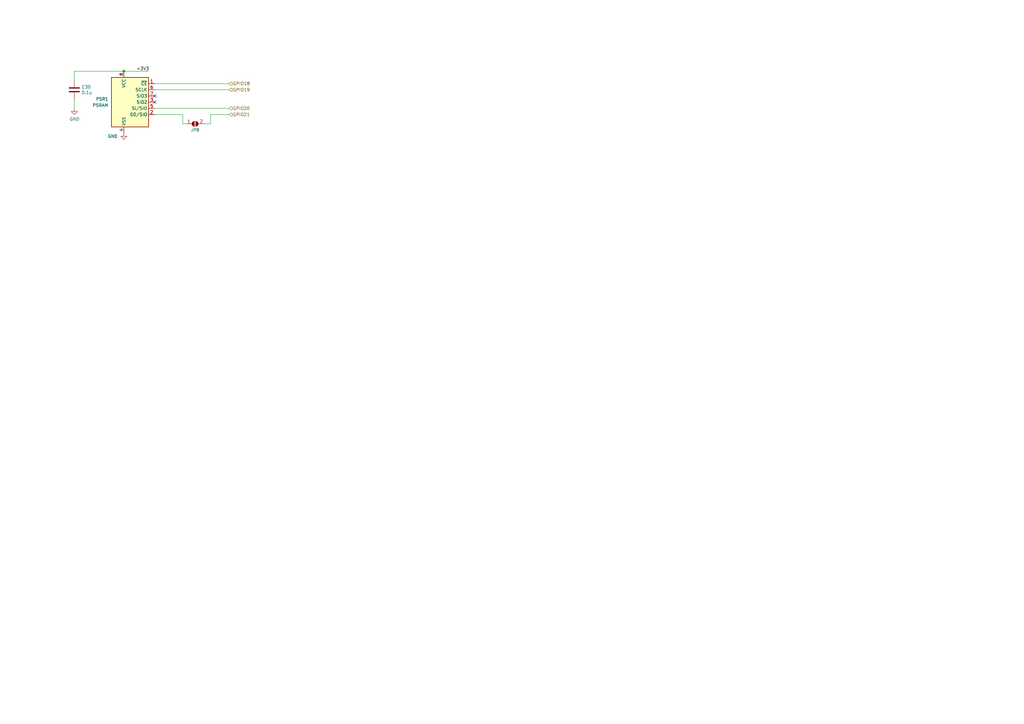
<source format=kicad_sch>
(kicad_sch (version 20231120) (generator "eeschema") (generator_version "8.0")
  (paper "A3")
  (title_block (title "FRANK2") (date "2024-11-21") (rev "1.0") (company "Mikhail Matveev") (comment 1 "https://github.com/xtremespb/frank2"))
  (lib_symbols
    (symbol "Device:C" (pin_numbers hide) (pin_names (offset 0.254))
      (property "Reference" "C" (at 0.635 2.54 0))
      (property "Value" "C" (at 0.635 -2.54 0))
      (symbol "C_0_1"
        (polyline (pts (xy -2.032 -0.762) (xy 2.032 -0.762)) (stroke (width 0.508)))
        (polyline (pts (xy -2.032 0.762) (xy 2.032 0.762)) (stroke (width 0.508)))
      )
      (symbol "C_1_1"
        (pin passive line (at 0 3.81 270) (length 2.794) (name "~") (number "1"))
        (pin passive line (at 0 -3.81 90) (length 2.794) (name "~") (number "2"))
      )
    )
    (symbol "Jumper:SolderJumper_2_Open" (pin_names (offset 0) hide)
      (property "Reference" "JP" (at 0 2.032 0))
      (property "Value" "SolderJumper_2_Open" (at 0 -2.54 0))
      (symbol "SolderJumper_2_Open_0_1"
        (arc (start -0.254 1.016) (mid -1.2655 0) (end -0.254 -1.016))
        (arc (start -0.254 1.016) (mid -1.2655 0) (end -0.254 -1.016) (fill (type outline)))
        (polyline (pts (xy -0.254 1.016) (xy -0.254 -1.016)))
        (polyline (pts (xy 0.254 1.016) (xy 0.254 -1.016)))
        (arc (start 0.254 -1.016) (mid 1.2655 0) (end 0.254 1.016))
        (arc (start 0.254 -1.016) (mid 1.2655 0) (end 0.254 1.016) (fill (type outline)))
      )
      (symbol "SolderJumper_2_Open_1_1"
        (pin passive line (at -3.81 0 0) (length 2.54) (name "A") (number "1"))
        (pin passive line (at 3.81 0 180) (length 2.54) (name "B") (number "2"))
      )
    )
    (symbol "Memory_RAM:ESP-PSRAM32"
      (property "Reference" "U" (at 3.81 11.43 0))
      (property "Value" "ESP-PSRAM32" (at -1.27 -11.43 0))
      (symbol "ESP-PSRAM32_0_1"
        (rectangle (start -7.62 10.16) (end 7.62 -10.16) (stroke (width 0.254)) (fill (type background)))
      )
      (symbol "ESP-PSRAM32_1_1"
        (pin input line (at 10.16 7.62 180) (length 2.54) (name "~{CE}") (number "1"))
        (pin output line (at 10.16 -5.08 180) (length 2.54) (name "SO/SIO") (number "2"))
        (pin bidirectional line (at 10.16 0 180) (length 2.54) (name "SIO2") (number "3"))
        (pin power_in line (at -2.54 -12.7 90) (length 2.54) (name "VSS") (number "4"))
        (pin input line (at 10.16 -2.54 180) (length 2.54) (name "SI/SIO") (number "5"))
        (pin output line (at 10.16 5.08 180) (length 2.54) (name "SCLK") (number "6"))
        (pin bidirectional line (at 10.16 2.54 180) (length 2.54) (name "SIO3") (number "7"))
        (pin power_in line (at -2.54 12.7 270) (length 2.54) (name "VCC") (number "8"))
      )
    )
    (symbol "power:GND" (power) (pin_names (offset 0))
      (property "Value" "GND" (at 0 -3.81 0))
      (symbol "GND_0_1"
        (polyline (pts (xy 0 0) (xy 0 -1.27) (xy 1.27 -1.27) (xy 0 -2.54) (xy -1.27 -1.27) (xy 0 -1.27)))
      )
      (symbol "GND_1_1"
        (pin power_in line (at 0 0 270) (length 0) hide (name "GND") (number "1"))
      )
    )
  )
  (junction (at 50.8 29.21))
  (no_connect (at 63.5 39.37))
  (no_connect (at 63.5 41.91))
  (wire (pts (xy 63.5 34.29) (xy 93.98 34.29)))
  (wire (pts (xy 74.93 50.8) (xy 74.93 46.99)))
  (wire (pts (xy 74.93 50.8) (xy 76.2 50.8)))
  (wire (pts (xy 30.48 29.21) (xy 30.48 33.02)))
  (wire (pts (xy 63.5 36.83) (xy 93.98 36.83)))
  (wire (pts (xy 30.48 29.21) (xy 50.8 29.21)))
  (wire (pts (xy 50.8 29.21) (xy 60.96 29.21)))
  (wire (pts (xy 30.48 40.64) (xy 30.48 44.45)))
  (wire (pts (xy 63.5 44.45) (xy 93.98 44.45)))
  (wire (pts (xy 86.36 50.8) (xy 86.36 46.99)))
  (wire (pts (xy 86.36 46.99) (xy 93.98 46.99)))
  (wire (pts (xy 83.82 50.8) (xy 86.36 50.8)))
  (wire (pts (xy 74.93 46.99) (xy 63.5 46.99)))
  (label "+3V3" (at 55.88 29.21 0))
  (hierarchical_label "GPIO20" (shape input) (at 93.98 44.45 0))
  (hierarchical_label "GPIO18" (shape input) (at 93.98 34.29 0))
  (hierarchical_label "GPIO19" (shape input) (at 93.98 36.83 0))
  (hierarchical_label "GPIO21" (shape input) (at 93.98 46.99 0))
  (symbol (lib_id "power:GND") (at 50.8 54.61 0) (unit 1)
    (property "Reference" "#PWR057" (effects (hide yes)))
    (property "Value" "GND" (at 48.26 55.88 0) (effects (justify right)))
  )
  (symbol (lib_id "Memory_RAM:ESP-PSRAM32") (at 53.34 41.91 0) (unit 1)
    (property "Reference" "PSR1" (at 44.45 40.6399 0) (effects (justify right)))
    (property "Value" "PSRAM" (at 44.45 43.1799 0) (effects (justify right)))
    (property "Footprint" "Package_SO:SO-8_5.3x6.2mm_P1.27mm" (effects (hide yes)))
    (property "Datasheet" "https://www.espressif.com/sites/default/files/documentation/esp-psram32_datasheet_en.pdf" (effects (hide yes)))
  )
  (symbol (lib_id "Device:C") (at 30.48 36.83 0) (unit 1)
    (property "Reference" "C30" (at 33.401 35.6616 0) (effects (justify left)))
    (property "Value" "0.1u" (at 33.401 37.973 0) (effects (justify left)))
    (property "Footprint" "Capacitor_SMD:C_0805_2012Metric_Pad1.18x1.45mm_HandSolder" (effects (hide yes)))
  )
  (symbol (lib_id "Jumper:SolderJumper_2_Open") (at 80.01 50.8 0) (unit 1)
    (property "Reference" "JP8" (at 80.01 53.34 0))
    (property "Value" "JMP PSRAM" (effects (hide yes)))
    (property "Footprint" "Jumper:SolderJumper-2_P1.3mm_Open_RoundedPad1.0x1.5mm" (effects (hide yes)))
  )
  (symbol (lib_id "power:GND") (at 30.48 44.45 0) (unit 1)
    (property "Reference" "#PWR056" (effects (hide yes)))
    (property "Value" "GND" (at 30.607 48.8442 0))
  )
)
</source>
